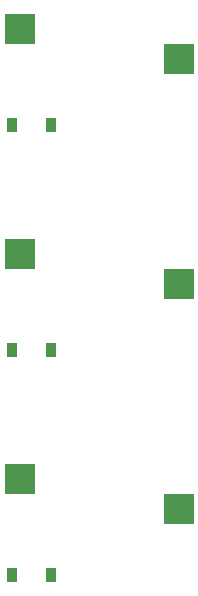
<source format=gtp>
%TF.GenerationSoftware,KiCad,Pcbnew,5.0.0+dfsg1-2*%
%TF.CreationDate,2019-02-10T19:26:03+01:00*%
%TF.ProjectId,yatara-puno-mx-3,7961746172612D70756E6F2D6D782D33,0.2*%
%TF.SameCoordinates,Original*%
%TF.FileFunction,Paste,Top*%
%TF.FilePolarity,Positive*%
%FSLAX46Y46*%
G04 Gerber Fmt 4.6, Leading zero omitted, Abs format (unit mm)*
G04 Created by KiCad (PCBNEW 5.0.0+dfsg1-2) date Sun Feb 10 19:26:03 2019*
%MOMM*%
%LPD*%
G01*
G04 APERTURE LIST*
%ADD10R,0.900000X1.200000*%
%ADD11R,2.550000X2.500000*%
G04 APERTURE END LIST*
D10*
X67270000Y-46098000D03*
X70570000Y-46098000D03*
X67270000Y-65148000D03*
X70570000Y-65148000D03*
X67270000Y-84198000D03*
X70570000Y-84198000D03*
D11*
X81360000Y-40510000D03*
X67910000Y-37970000D03*
X81360000Y-78610000D03*
X67910000Y-76070000D03*
X67910000Y-57020000D03*
X81360000Y-59560000D03*
M02*

</source>
